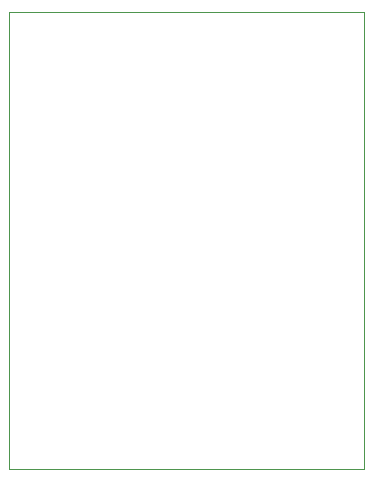
<source format=gbr>
G04 #@! TF.GenerationSoftware,KiCad,Pcbnew,(5.1.0)-1*
G04 #@! TF.CreationDate,2019-05-06T16:05:47+08:00*
G04 #@! TF.ProjectId,rpi0_extern_board,72706930-5f65-4787-9465-726e5f626f61,rev?*
G04 #@! TF.SameCoordinates,Original*
G04 #@! TF.FileFunction,Profile,NP*
%FSLAX46Y46*%
G04 Gerber Fmt 4.6, Leading zero omitted, Abs format (unit mm)*
G04 Created by KiCad (PCBNEW (5.1.0)-1) date 2019-05-06 16:05:47*
%MOMM*%
%LPD*%
G04 APERTURE LIST*
%ADD10C,0.050000*%
G04 APERTURE END LIST*
D10*
X125730000Y-89535000D02*
X125730000Y-86995000D01*
X95730000Y-89535000D02*
X125730000Y-89535000D01*
X95730000Y-50800000D02*
X95730000Y-89535000D01*
X125730000Y-86995000D02*
X125730000Y-50800000D01*
X125730000Y-50800000D02*
X95730000Y-50800000D01*
M02*

</source>
